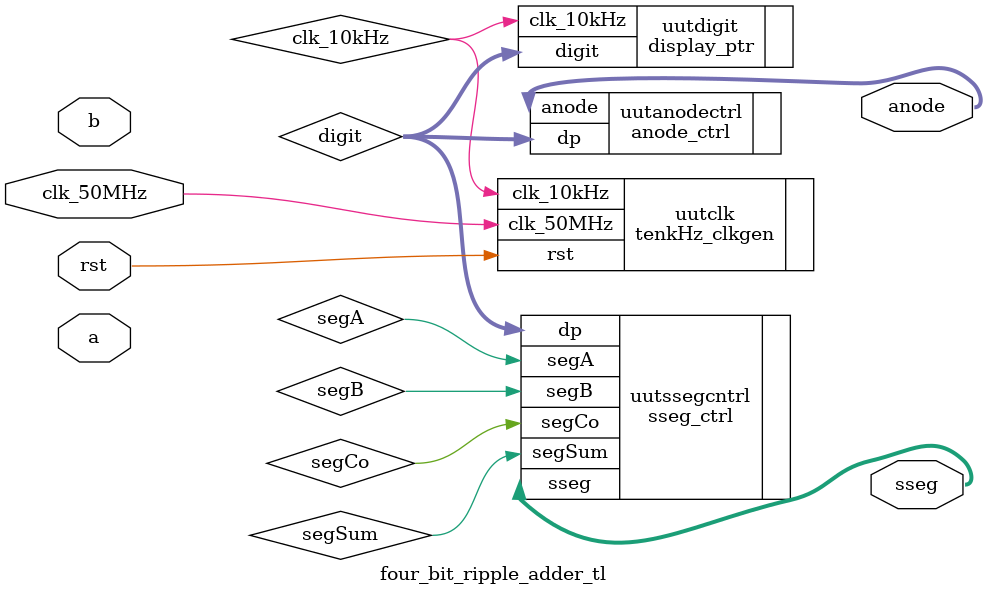
<source format=v>
`timescale 1ns / 1ps
module four_bit_ripple_adder_tl(
input clk_50MHz,
input [3:0] a,
input [3:0] b,
input rst,
output [6:0] sseg,
output [3:0] anode
);
	  
wire [3:0] sum;
wire carry_out;
ripple_adder_4b uutra4b (
    .a(a), 
    .b(b), 
    .sum(sum), 
    .carry_out(carry_out)
    );

wire [6:0] ssegA, ssegB, ssegSum, ssegCo;
hex2_7seg uut7s0 (
    .hex_digit(a), 
    .sseg(ssegA)
    );
hex2_7seg uut7s1 (
    .hex_digit(b), 
    .sseg(ssegB)
    );
hex2_7seg uut7s2 (
    .hex_digit(sum), 
    .sseg(ssegSum)
    );
hex2_7seg uut7s3 (
    .hex_digit({3'b000, carry_out}), 
    .sseg(ssegCo)
    );
	 
tenkHz_clkgen uutclk (
    .clk_50MHz(clk_50MHz), 
    .rst(rst), 
    .clk_10kHz(clk_10kHz)
    );
	 
wire [1:0] digit;
display_ptr uutdigit (
    .clk_10kHz(clk_10kHz), 
    .digit(digit)
    );
	 
sseg_ctrl uutssegcntrl (
    .dp(digit), 
    .segA(segA), 
    .segB(segB), 
    .segSum(segSum), 
    .segCo(segCo), 
    .sseg(sseg)
    );
	 
anode_ctrl uutanodectrl (
    .dp(digit), 
    .anode(anode)
    );
	 
endmodule

</source>
